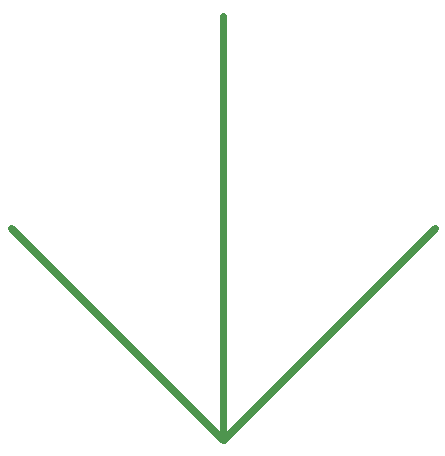
<source format=gbr>
G04 Test layer rotation 1 *
G04 Quarter star should be rotated 45 degrees counterclockwise, pointing*
G04   the center line straight up *
G04 Handcoded by Julian Lamb *
%MOIN*%
%FSLAX23Y23*%
%RO45*%
%ADD10C,0.025*%

G04 Quarter star *
X1000Y0D02*
G54D10*
X2000Y0D01*

X1000Y0D02*
G54D10*
X2000Y1000D01*

X1000Y0D02*
G54D10*
X1000Y1000D01*

M02*

</source>
